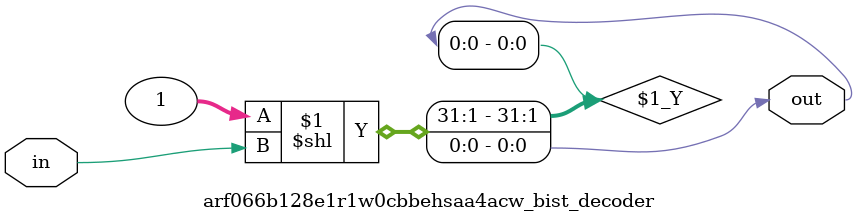
<source format=sv>

`ifndef ARF066B128E1R1W0CBBEHSAA4ACW_BIST_DECODER_SV
`define ARF066B128E1R1W0CBBEHSAA4ACW_BIST_DECODER_SV

module arf066b128e1r1w0cbbehsaa4acw_bist_decoder # (
  parameter IN_WIDTH  = 1,
  parameter OUT_WIDTH = 1
)
(
  input  logic [IN_WIDTH-1:0]  in,
  output logic [OUT_WIDTH-1:0] out
);
  
  assign out = 'b1 << in;

endmodule // arf066b128e1r1w0cbbehsaa4acw_bist_decoder

`endif // ARF066B128E1R1W0CBBEHSAA4ACW_BIST_DECODER_SV
</source>
